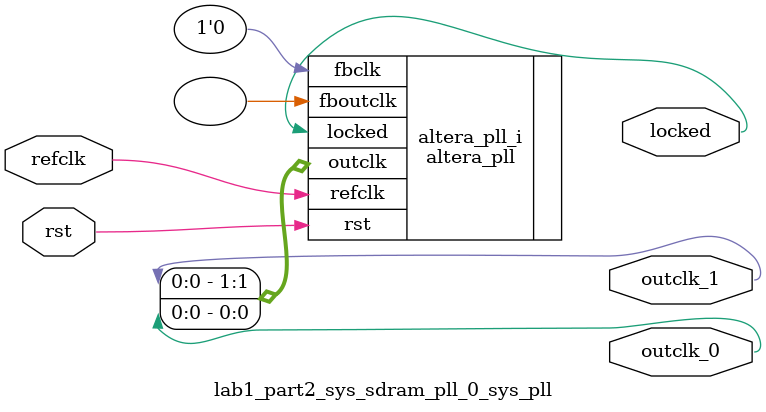
<source format=v>
`timescale 1ns/10ps
module  lab1_part2_sys_sdram_pll_0_sys_pll(

	// interface 'refclk'
	input wire refclk,

	// interface 'reset'
	input wire rst,

	// interface 'outclk0'
	output wire outclk_0,

	// interface 'outclk1'
	output wire outclk_1,

	// interface 'locked'
	output wire locked
);

	altera_pll #(
		.fractional_vco_multiplier("false"),
		.reference_clock_frequency("50.0 MHz"),
		.operation_mode("direct"),
		.number_of_clocks(2),
		.output_clock_frequency0("50.000000 MHz"),
		.phase_shift0("0 ps"),
		.duty_cycle0(50),
		.output_clock_frequency1("50.000000 MHz"),
		.phase_shift1("-3000 ps"),
		.duty_cycle1(50),
		.output_clock_frequency2("0 MHz"),
		.phase_shift2("0 ps"),
		.duty_cycle2(50),
		.output_clock_frequency3("0 MHz"),
		.phase_shift3("0 ps"),
		.duty_cycle3(50),
		.output_clock_frequency4("0 MHz"),
		.phase_shift4("0 ps"),
		.duty_cycle4(50),
		.output_clock_frequency5("0 MHz"),
		.phase_shift5("0 ps"),
		.duty_cycle5(50),
		.output_clock_frequency6("0 MHz"),
		.phase_shift6("0 ps"),
		.duty_cycle6(50),
		.output_clock_frequency7("0 MHz"),
		.phase_shift7("0 ps"),
		.duty_cycle7(50),
		.output_clock_frequency8("0 MHz"),
		.phase_shift8("0 ps"),
		.duty_cycle8(50),
		.output_clock_frequency9("0 MHz"),
		.phase_shift9("0 ps"),
		.duty_cycle9(50),
		.output_clock_frequency10("0 MHz"),
		.phase_shift10("0 ps"),
		.duty_cycle10(50),
		.output_clock_frequency11("0 MHz"),
		.phase_shift11("0 ps"),
		.duty_cycle11(50),
		.output_clock_frequency12("0 MHz"),
		.phase_shift12("0 ps"),
		.duty_cycle12(50),
		.output_clock_frequency13("0 MHz"),
		.phase_shift13("0 ps"),
		.duty_cycle13(50),
		.output_clock_frequency14("0 MHz"),
		.phase_shift14("0 ps"),
		.duty_cycle14(50),
		.output_clock_frequency15("0 MHz"),
		.phase_shift15("0 ps"),
		.duty_cycle15(50),
		.output_clock_frequency16("0 MHz"),
		.phase_shift16("0 ps"),
		.duty_cycle16(50),
		.output_clock_frequency17("0 MHz"),
		.phase_shift17("0 ps"),
		.duty_cycle17(50),
		.pll_type("General"),
		.pll_subtype("General")
	) altera_pll_i (
		.rst	(rst),
		.outclk	({outclk_1, outclk_0}),
		.locked	(locked),
		.fboutclk	( ),
		.fbclk	(1'b0),
		.refclk	(refclk)
	);
endmodule


</source>
